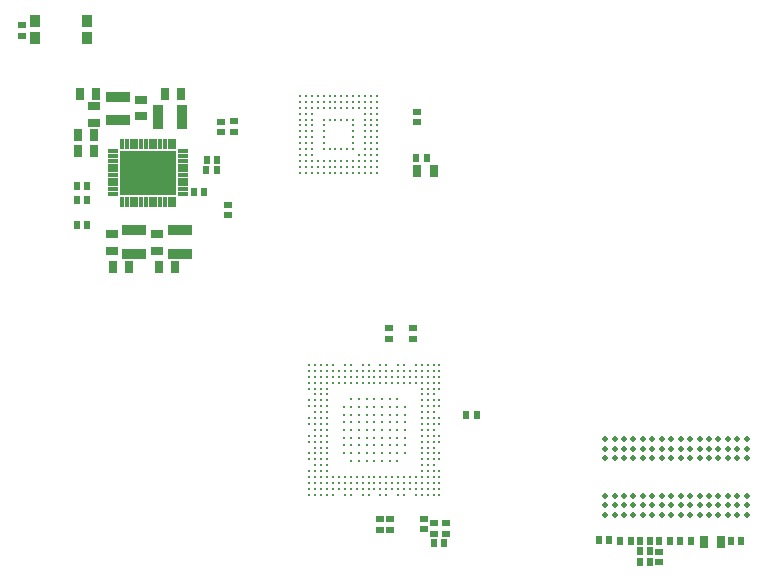
<source format=gts>
G04 Layer_Color=8388736*
%FSLAX43Y43*%
%MOMM*%
G71*
G01*
G75*
%ADD42R,0.610X0.800*%
%ADD43R,0.800X0.610*%
%ADD44R,0.660X0.610*%
%ADD45R,0.610X0.660*%
%ADD46R,0.740X0.990*%
%ADD47R,0.990X0.740*%
%ADD48R,2.100X0.900*%
%ADD49C,0.330*%
%ADD50C,0.500*%
%ADD51R,0.300X0.900*%
%ADD52R,4.700X3.700*%
%ADD53R,0.900X0.300*%
%ADD54R,0.900X2.100*%
%ADD55R,0.850X1.100*%
D42*
X54450Y52450D02*
D03*
X55350D02*
D03*
Y51475D02*
D03*
X54450D02*
D03*
X56100Y53250D02*
D03*
X57000D02*
D03*
X40675Y63925D02*
D03*
X39775D02*
D03*
D43*
X37075Y54775D02*
D03*
Y53875D02*
D03*
X38050D02*
D03*
Y54775D02*
D03*
X35575Y89625D02*
D03*
Y88725D02*
D03*
X19025Y88800D02*
D03*
Y87900D02*
D03*
X20074Y88813D02*
D03*
Y87913D02*
D03*
X19625Y81750D02*
D03*
Y80850D02*
D03*
D44*
X56100Y52375D02*
D03*
Y51475D02*
D03*
X33325Y55150D02*
D03*
Y54250D02*
D03*
X35250Y70400D02*
D03*
Y71300D02*
D03*
X33250Y70400D02*
D03*
Y71300D02*
D03*
X32500Y55150D02*
D03*
Y54250D02*
D03*
X36175Y55175D02*
D03*
Y54275D02*
D03*
X2175Y96950D02*
D03*
Y96050D02*
D03*
D45*
X37900Y53100D02*
D03*
X37000D02*
D03*
X35525Y85725D02*
D03*
X36425D02*
D03*
X63050Y53250D02*
D03*
X62150D02*
D03*
X57875Y53250D02*
D03*
X58775D02*
D03*
X52825Y53325D02*
D03*
X53725D02*
D03*
X7700Y82175D02*
D03*
X6800D02*
D03*
X16700Y82825D02*
D03*
X17600D02*
D03*
X17775Y84725D02*
D03*
X18675D02*
D03*
X7700Y80075D02*
D03*
X6800D02*
D03*
X7700Y83325D02*
D03*
X6800D02*
D03*
X18684Y85562D02*
D03*
X17784D02*
D03*
X51000Y53400D02*
D03*
X51900D02*
D03*
X55350Y53325D02*
D03*
X54450D02*
D03*
D46*
X61300Y53175D02*
D03*
X59900D02*
D03*
X6875Y86350D02*
D03*
X8275D02*
D03*
X15625Y91150D02*
D03*
X14225D02*
D03*
X15150Y76450D02*
D03*
X13750D02*
D03*
X11250Y76450D02*
D03*
X9850D02*
D03*
X8275Y87625D02*
D03*
X6875D02*
D03*
X8450Y91175D02*
D03*
X7050D02*
D03*
X35600Y84625D02*
D03*
X37000D02*
D03*
D47*
X12250Y89250D02*
D03*
Y90650D02*
D03*
X9750Y79250D02*
D03*
Y77850D02*
D03*
X8250Y88700D02*
D03*
Y90100D02*
D03*
X13625Y79250D02*
D03*
Y77850D02*
D03*
D48*
X10275Y90900D02*
D03*
Y88900D02*
D03*
X15575Y77625D02*
D03*
Y79625D02*
D03*
X11675Y77625D02*
D03*
Y79625D02*
D03*
D49*
X32200Y84475D02*
D03*
X31700D02*
D03*
X31200D02*
D03*
X30700D02*
D03*
X30200D02*
D03*
X29700D02*
D03*
X29200D02*
D03*
X28700D02*
D03*
X28200D02*
D03*
X27700D02*
D03*
X27200D02*
D03*
X26700D02*
D03*
X26200D02*
D03*
X25700D02*
D03*
X32200Y84975D02*
D03*
X31700D02*
D03*
X31200D02*
D03*
X30700D02*
D03*
X30200D02*
D03*
X29700D02*
D03*
X29200D02*
D03*
X28700D02*
D03*
X28200D02*
D03*
X27700D02*
D03*
X27200D02*
D03*
X26700D02*
D03*
X26200D02*
D03*
X25700D02*
D03*
X32200Y85475D02*
D03*
X31700D02*
D03*
X31200D02*
D03*
X30700D02*
D03*
X30200D02*
D03*
X29700D02*
D03*
X29200D02*
D03*
X28700D02*
D03*
X28200D02*
D03*
X27700D02*
D03*
X27200D02*
D03*
X26700D02*
D03*
X26200D02*
D03*
X25700D02*
D03*
X32200Y85975D02*
D03*
X31700D02*
D03*
X31200D02*
D03*
X30700D02*
D03*
X26700D02*
D03*
X26200D02*
D03*
X25700D02*
D03*
X32200Y86475D02*
D03*
X31700D02*
D03*
X31200D02*
D03*
X30200D02*
D03*
X29700D02*
D03*
X29200D02*
D03*
X28700D02*
D03*
X28200D02*
D03*
X27700D02*
D03*
X26700D02*
D03*
X26200D02*
D03*
X25700D02*
D03*
X32200Y86975D02*
D03*
X31700D02*
D03*
X31200D02*
D03*
X30200D02*
D03*
X27700D02*
D03*
X26700D02*
D03*
X26200D02*
D03*
X25700D02*
D03*
X32200Y87475D02*
D03*
X31700D02*
D03*
X31200D02*
D03*
X30200D02*
D03*
X27700D02*
D03*
X26700D02*
D03*
X26200D02*
D03*
X25700D02*
D03*
X32200Y87975D02*
D03*
X31700D02*
D03*
X31200D02*
D03*
X30200D02*
D03*
X27700D02*
D03*
X26700D02*
D03*
X26200D02*
D03*
X25700D02*
D03*
X32200Y88475D02*
D03*
X31700D02*
D03*
X31200D02*
D03*
X30200D02*
D03*
X27700D02*
D03*
X26700D02*
D03*
X26200D02*
D03*
X25700D02*
D03*
X32200Y88975D02*
D03*
X31700D02*
D03*
X31200D02*
D03*
X30200D02*
D03*
X29700D02*
D03*
X29200D02*
D03*
X28700D02*
D03*
X28200D02*
D03*
X27700D02*
D03*
X26700D02*
D03*
X26200D02*
D03*
X25700D02*
D03*
X32200Y89475D02*
D03*
X31700D02*
D03*
X31200D02*
D03*
X26700D02*
D03*
X26200D02*
D03*
X25700D02*
D03*
X32200Y89975D02*
D03*
X31700D02*
D03*
X31200D02*
D03*
X30700D02*
D03*
X30200D02*
D03*
X29700D02*
D03*
X29200D02*
D03*
X28700D02*
D03*
X28200D02*
D03*
X27700D02*
D03*
X27200D02*
D03*
X26700D02*
D03*
X26200D02*
D03*
X25700D02*
D03*
X32200Y90475D02*
D03*
X31700D02*
D03*
X31200D02*
D03*
X30700D02*
D03*
X30200D02*
D03*
X29700D02*
D03*
X29200D02*
D03*
X28700D02*
D03*
X28200D02*
D03*
X27700D02*
D03*
X27200D02*
D03*
X26700D02*
D03*
X26200D02*
D03*
X25700D02*
D03*
X32200Y90975D02*
D03*
X31700D02*
D03*
X31200D02*
D03*
X30700D02*
D03*
X30200D02*
D03*
X29700D02*
D03*
X29200D02*
D03*
X28700D02*
D03*
X28200D02*
D03*
X27700D02*
D03*
X27200D02*
D03*
X26700D02*
D03*
X26200D02*
D03*
X25700D02*
D03*
X37500Y57200D02*
D03*
X37000D02*
D03*
X36500D02*
D03*
X36000D02*
D03*
X35500D02*
D03*
X34500D02*
D03*
X34000D02*
D03*
X33000D02*
D03*
X32500D02*
D03*
X31500D02*
D03*
X31000D02*
D03*
X30000D02*
D03*
X29500D02*
D03*
X28500D02*
D03*
X28000D02*
D03*
X27500D02*
D03*
X27000D02*
D03*
X26500D02*
D03*
X37500Y57700D02*
D03*
X37000D02*
D03*
X36500D02*
D03*
X36000D02*
D03*
X35500D02*
D03*
X35000D02*
D03*
X34500D02*
D03*
X34000D02*
D03*
X33500D02*
D03*
X33000D02*
D03*
X32500D02*
D03*
X32000D02*
D03*
X31500D02*
D03*
X31000D02*
D03*
X30500D02*
D03*
X30000D02*
D03*
X29500D02*
D03*
X29000D02*
D03*
X28500D02*
D03*
X28000D02*
D03*
X27500D02*
D03*
X27000D02*
D03*
X26500D02*
D03*
X37500Y58200D02*
D03*
X37000D02*
D03*
X36500D02*
D03*
X36000D02*
D03*
X35500D02*
D03*
X35000D02*
D03*
X34500D02*
D03*
X34000D02*
D03*
X33500D02*
D03*
X33000D02*
D03*
X32500D02*
D03*
X32000D02*
D03*
X31500D02*
D03*
X31000D02*
D03*
X30500D02*
D03*
X30000D02*
D03*
X29500D02*
D03*
X29000D02*
D03*
X28500D02*
D03*
X28000D02*
D03*
X27500D02*
D03*
X27000D02*
D03*
X26500D02*
D03*
X37500Y58700D02*
D03*
X37000D02*
D03*
X36500D02*
D03*
X36000D02*
D03*
X35500D02*
D03*
X35000D02*
D03*
X34500D02*
D03*
X34000D02*
D03*
X33500D02*
D03*
X33000D02*
D03*
X32500D02*
D03*
X32000D02*
D03*
X31500D02*
D03*
X31000D02*
D03*
X30500D02*
D03*
X30000D02*
D03*
X29500D02*
D03*
X29000D02*
D03*
X28500D02*
D03*
X28000D02*
D03*
X27500D02*
D03*
X27000D02*
D03*
X26500D02*
D03*
X37500Y59200D02*
D03*
X37000D02*
D03*
X36500D02*
D03*
X36000D02*
D03*
X28000D02*
D03*
X27500D02*
D03*
X27000D02*
D03*
X26500D02*
D03*
X37000Y59700D02*
D03*
X36500D02*
D03*
X36000D02*
D03*
X28000D02*
D03*
X27500D02*
D03*
X27000D02*
D03*
X37500Y60200D02*
D03*
X37000D02*
D03*
X36500D02*
D03*
X36000D02*
D03*
X28000D02*
D03*
X27500D02*
D03*
X27000D02*
D03*
X26500D02*
D03*
X37500Y60700D02*
D03*
X37000D02*
D03*
X36500D02*
D03*
X36000D02*
D03*
X33950Y60100D02*
D03*
X33300D02*
D03*
X32650D02*
D03*
X32000D02*
D03*
X31350D02*
D03*
X30700D02*
D03*
X30050D02*
D03*
X28000Y60700D02*
D03*
X27500D02*
D03*
X27000D02*
D03*
X26500D02*
D03*
X37000Y61200D02*
D03*
X36500D02*
D03*
X36000D02*
D03*
X34600Y60750D02*
D03*
X33950D02*
D03*
X33300D02*
D03*
X32650D02*
D03*
X32000D02*
D03*
X31350D02*
D03*
X30700D02*
D03*
X30050D02*
D03*
X29400D02*
D03*
X28000Y61200D02*
D03*
X27500D02*
D03*
X27000D02*
D03*
X37500Y61700D02*
D03*
X37000D02*
D03*
X36500D02*
D03*
X36000D02*
D03*
X34600Y61400D02*
D03*
X33950D02*
D03*
X33300D02*
D03*
X32650D02*
D03*
X32000D02*
D03*
X31350D02*
D03*
X30700D02*
D03*
X30050D02*
D03*
X29400D02*
D03*
X28000Y61700D02*
D03*
X27500D02*
D03*
X27000D02*
D03*
X26500D02*
D03*
X37500Y62200D02*
D03*
X37000D02*
D03*
X36500D02*
D03*
X36000D02*
D03*
X34600Y62050D02*
D03*
X33950D02*
D03*
X33300D02*
D03*
X32650D02*
D03*
X32000D02*
D03*
X31350D02*
D03*
X30700D02*
D03*
X30050D02*
D03*
X29400D02*
D03*
X28000Y62200D02*
D03*
X27500D02*
D03*
X27000D02*
D03*
X26500D02*
D03*
X37000Y62700D02*
D03*
X36500D02*
D03*
X36000D02*
D03*
X34600D02*
D03*
X33950D02*
D03*
X33300D02*
D03*
X32650D02*
D03*
X32000D02*
D03*
X31350D02*
D03*
X30700D02*
D03*
X30050D02*
D03*
X29400D02*
D03*
X28000D02*
D03*
X27500D02*
D03*
X27000D02*
D03*
X37500Y63200D02*
D03*
X37000D02*
D03*
X36500D02*
D03*
X36000D02*
D03*
X34600Y63350D02*
D03*
X33950D02*
D03*
X33300D02*
D03*
X32650D02*
D03*
X32000D02*
D03*
X31350D02*
D03*
X30700D02*
D03*
X30050D02*
D03*
X29400D02*
D03*
X28000Y63200D02*
D03*
X27500D02*
D03*
X27000D02*
D03*
X26500D02*
D03*
X37500Y63700D02*
D03*
X37000D02*
D03*
X36500D02*
D03*
X36000D02*
D03*
X34600Y64000D02*
D03*
X33950D02*
D03*
X33300D02*
D03*
X32650D02*
D03*
X32000D02*
D03*
X31350D02*
D03*
X30700D02*
D03*
X30050D02*
D03*
X29400D02*
D03*
X28000Y63700D02*
D03*
X27500D02*
D03*
X27000D02*
D03*
X26500D02*
D03*
X37000Y64200D02*
D03*
X36500D02*
D03*
X36000D02*
D03*
X34600Y64650D02*
D03*
X33950D02*
D03*
X33300D02*
D03*
X32650D02*
D03*
X32000D02*
D03*
X31350D02*
D03*
X30700D02*
D03*
X30050D02*
D03*
X29400D02*
D03*
X28000Y64200D02*
D03*
X27500D02*
D03*
X27000D02*
D03*
X37500Y64700D02*
D03*
X37000D02*
D03*
X36500D02*
D03*
X36000D02*
D03*
X33950Y65300D02*
D03*
X33300D02*
D03*
X32650D02*
D03*
X32000D02*
D03*
X31350D02*
D03*
X30700D02*
D03*
X30050D02*
D03*
X28000Y64700D02*
D03*
X27500D02*
D03*
X27000D02*
D03*
X26500D02*
D03*
X37500Y65200D02*
D03*
X37000D02*
D03*
X36500D02*
D03*
X36000D02*
D03*
X28000D02*
D03*
X27500D02*
D03*
X27000D02*
D03*
X26500D02*
D03*
X37000Y65700D02*
D03*
X36500D02*
D03*
X36000D02*
D03*
X28000D02*
D03*
X27500D02*
D03*
X27000D02*
D03*
X37500Y66200D02*
D03*
X37000D02*
D03*
X36500D02*
D03*
X36000D02*
D03*
X28000D02*
D03*
X27500D02*
D03*
X27000D02*
D03*
X26500D02*
D03*
X37500Y66700D02*
D03*
X37000D02*
D03*
X36500D02*
D03*
X36000D02*
D03*
X35500D02*
D03*
X35000D02*
D03*
X34500D02*
D03*
X34000D02*
D03*
X33500D02*
D03*
X33000D02*
D03*
X32500D02*
D03*
X32000D02*
D03*
X31500D02*
D03*
X31000D02*
D03*
X30500D02*
D03*
X30000D02*
D03*
X29500D02*
D03*
X29000D02*
D03*
X28500D02*
D03*
X28000D02*
D03*
X27500D02*
D03*
X27000D02*
D03*
X26500D02*
D03*
X37500Y67200D02*
D03*
X37000D02*
D03*
X36500D02*
D03*
X36000D02*
D03*
X35500D02*
D03*
X35000D02*
D03*
X34500D02*
D03*
X34000D02*
D03*
X33500D02*
D03*
X33000D02*
D03*
X32500D02*
D03*
X32000D02*
D03*
X31500D02*
D03*
X31000D02*
D03*
X30500D02*
D03*
X30000D02*
D03*
X29500D02*
D03*
X29000D02*
D03*
X28500D02*
D03*
X28000D02*
D03*
X27500D02*
D03*
X27000D02*
D03*
X26500D02*
D03*
X37500Y67700D02*
D03*
X37000D02*
D03*
X36500D02*
D03*
X36000D02*
D03*
X35500D02*
D03*
X35000D02*
D03*
X34500D02*
D03*
X34000D02*
D03*
X33500D02*
D03*
X33000D02*
D03*
X32500D02*
D03*
X32000D02*
D03*
X31500D02*
D03*
X31000D02*
D03*
X30500D02*
D03*
X30000D02*
D03*
X29500D02*
D03*
X29000D02*
D03*
X28500D02*
D03*
X28000D02*
D03*
X27500D02*
D03*
X27000D02*
D03*
X26500D02*
D03*
X37500Y68200D02*
D03*
X37000D02*
D03*
X36500D02*
D03*
X36000D02*
D03*
X35500D02*
D03*
X34500D02*
D03*
X34000D02*
D03*
X33000D02*
D03*
X32500D02*
D03*
X31500D02*
D03*
X31000D02*
D03*
X30000D02*
D03*
X29500D02*
D03*
X28500D02*
D03*
X28000D02*
D03*
X27500D02*
D03*
X27000D02*
D03*
X26500D02*
D03*
D50*
X63525Y61900D02*
D03*
Y61100D02*
D03*
Y60300D02*
D03*
Y57100D02*
D03*
Y56300D02*
D03*
Y55500D02*
D03*
X62725Y61900D02*
D03*
Y61100D02*
D03*
Y60300D02*
D03*
Y57100D02*
D03*
Y56300D02*
D03*
Y55500D02*
D03*
X61925Y61900D02*
D03*
Y61100D02*
D03*
Y60300D02*
D03*
Y57100D02*
D03*
Y56300D02*
D03*
Y55500D02*
D03*
X61125Y61900D02*
D03*
Y61100D02*
D03*
Y60300D02*
D03*
Y57100D02*
D03*
Y56300D02*
D03*
Y55500D02*
D03*
X60325Y61900D02*
D03*
Y61100D02*
D03*
Y60300D02*
D03*
Y57100D02*
D03*
Y56300D02*
D03*
Y55500D02*
D03*
X59525Y61900D02*
D03*
Y61100D02*
D03*
Y60300D02*
D03*
Y57100D02*
D03*
Y56300D02*
D03*
Y55500D02*
D03*
X58725Y61900D02*
D03*
Y61100D02*
D03*
Y60300D02*
D03*
Y57100D02*
D03*
Y56300D02*
D03*
Y55500D02*
D03*
X57925Y61900D02*
D03*
Y61100D02*
D03*
Y60300D02*
D03*
Y57100D02*
D03*
Y56300D02*
D03*
Y55500D02*
D03*
X57125Y61900D02*
D03*
Y61100D02*
D03*
Y60300D02*
D03*
Y57100D02*
D03*
Y56300D02*
D03*
Y55500D02*
D03*
X56325Y61900D02*
D03*
Y61100D02*
D03*
Y60300D02*
D03*
Y57100D02*
D03*
Y56300D02*
D03*
Y55500D02*
D03*
X55525Y61900D02*
D03*
Y61100D02*
D03*
Y60300D02*
D03*
Y57100D02*
D03*
Y56300D02*
D03*
Y55500D02*
D03*
X54725Y61900D02*
D03*
Y61100D02*
D03*
Y60300D02*
D03*
Y57100D02*
D03*
Y56300D02*
D03*
Y55500D02*
D03*
X53925Y61900D02*
D03*
Y61100D02*
D03*
Y60300D02*
D03*
Y57100D02*
D03*
Y56300D02*
D03*
Y55500D02*
D03*
X53125Y61900D02*
D03*
Y61100D02*
D03*
Y60300D02*
D03*
Y57100D02*
D03*
Y56300D02*
D03*
Y55500D02*
D03*
X52325Y61900D02*
D03*
Y61100D02*
D03*
Y60300D02*
D03*
Y57100D02*
D03*
Y56300D02*
D03*
Y55500D02*
D03*
X51525Y61900D02*
D03*
Y61100D02*
D03*
Y60300D02*
D03*
Y57100D02*
D03*
Y56300D02*
D03*
Y55500D02*
D03*
D51*
X15050Y82025D02*
D03*
X10650Y86925D02*
D03*
X13050D02*
D03*
X13450D02*
D03*
X13850D02*
D03*
X14250D02*
D03*
X14650D02*
D03*
X12650D02*
D03*
X12250D02*
D03*
X11850D02*
D03*
X11450D02*
D03*
X11050D02*
D03*
X10650Y82025D02*
D03*
X11050D02*
D03*
X11450D02*
D03*
X11850D02*
D03*
X12250D02*
D03*
X14650D02*
D03*
X14250D02*
D03*
X13850D02*
D03*
X13450D02*
D03*
X13050D02*
D03*
X12650D02*
D03*
X15050Y86925D02*
D03*
D52*
X12850Y84475D02*
D03*
D53*
X15800Y84275D02*
D03*
Y83875D02*
D03*
Y83475D02*
D03*
Y83075D02*
D03*
Y82675D02*
D03*
Y84675D02*
D03*
Y85075D02*
D03*
Y85475D02*
D03*
Y85875D02*
D03*
Y86275D02*
D03*
X9900D02*
D03*
Y85875D02*
D03*
Y85475D02*
D03*
Y85075D02*
D03*
Y82675D02*
D03*
Y83075D02*
D03*
Y83475D02*
D03*
Y83875D02*
D03*
Y84275D02*
D03*
Y84675D02*
D03*
D54*
X15675Y89225D02*
D03*
X13675D02*
D03*
D55*
X7675Y97350D02*
D03*
Y95850D02*
D03*
X3225Y97350D02*
D03*
Y95850D02*
D03*
M02*

</source>
